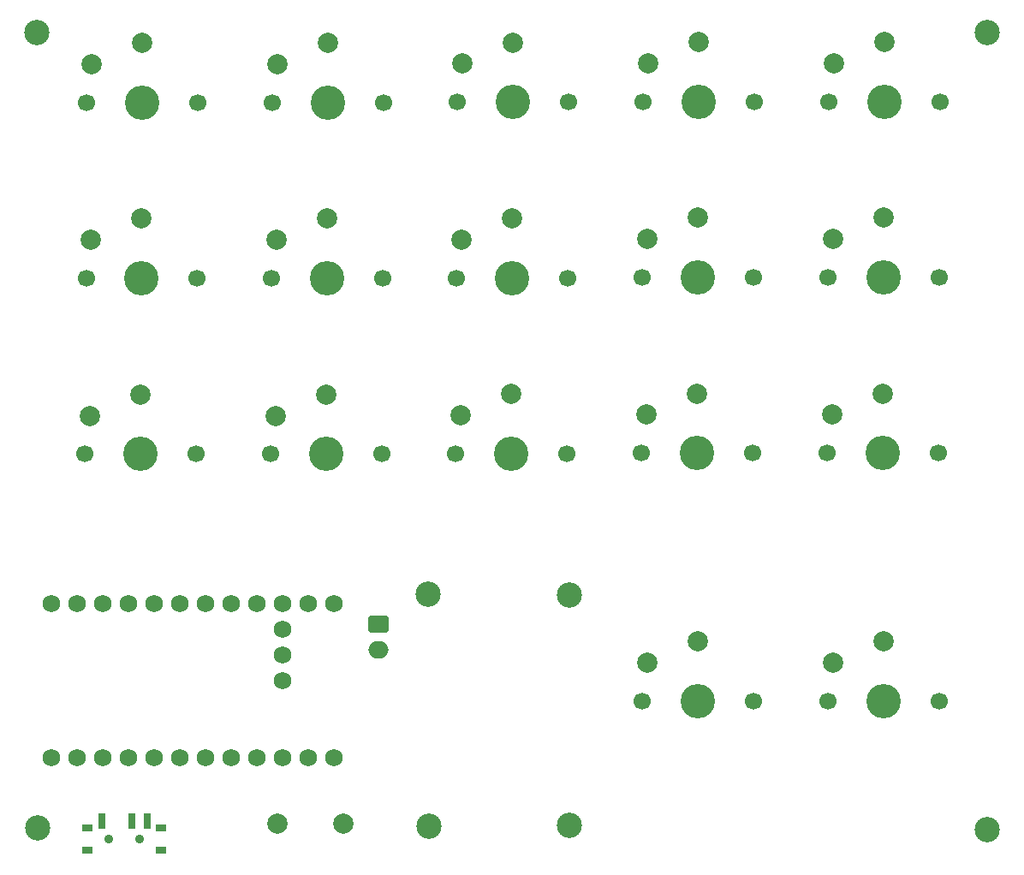
<source format=gbr>
%TF.GenerationSoftware,KiCad,Pcbnew,7.0.6-0*%
%TF.CreationDate,2024-10-24T11:02:24+08:00*%
%TF.ProjectId,kweba,6b776562-612e-46b6-9963-61645f706362,rev?*%
%TF.SameCoordinates,Original*%
%TF.FileFunction,Soldermask,Top*%
%TF.FilePolarity,Negative*%
%FSLAX46Y46*%
G04 Gerber Fmt 4.6, Leading zero omitted, Abs format (unit mm)*
G04 Created by KiCad (PCBNEW 7.0.6-0) date 2024-10-24 11:02:24*
%MOMM*%
%LPD*%
G01*
G04 APERTURE LIST*
G04 Aperture macros list*
%AMRoundRect*
0 Rectangle with rounded corners*
0 $1 Rounding radius*
0 $2 $3 $4 $5 $6 $7 $8 $9 X,Y pos of 4 corners*
0 Add a 4 corners polygon primitive as box body*
4,1,4,$2,$3,$4,$5,$6,$7,$8,$9,$2,$3,0*
0 Add four circle primitives for the rounded corners*
1,1,$1+$1,$2,$3*
1,1,$1+$1,$4,$5*
1,1,$1+$1,$6,$7*
1,1,$1+$1,$8,$9*
0 Add four rect primitives between the rounded corners*
20,1,$1+$1,$2,$3,$4,$5,0*
20,1,$1+$1,$4,$5,$6,$7,0*
20,1,$1+$1,$6,$7,$8,$9,0*
20,1,$1+$1,$8,$9,$2,$3,0*%
G04 Aperture macros list end*
%ADD10C,2.500000*%
%ADD11C,1.752600*%
%ADD12C,1.700000*%
%ADD13C,3.400000*%
%ADD14C,2.000000*%
%ADD15R,1.000000X0.800000*%
%ADD16C,0.900000*%
%ADD17R,0.700000X1.500000*%
%ADD18RoundRect,0.250000X-0.750000X0.600000X-0.750000X-0.600000X0.750000X-0.600000X0.750000X0.600000X0*%
%ADD19O,2.000000X1.700000*%
G04 APERTURE END LIST*
D10*
%TO.C,H8*%
X-195925000Y-205700000D03*
%TD*%
%TO.C,H7*%
X-209825000Y-205800000D03*
%TD*%
%TO.C,H6*%
X-195925000Y-183000000D03*
%TD*%
D11*
%TO.C,U1*%
X-247133250Y-183830000D03*
X-244593250Y-183830000D03*
X-242053250Y-183830000D03*
X-239513250Y-183830000D03*
X-236973250Y-183830000D03*
X-234433250Y-183830000D03*
X-231893250Y-183830000D03*
X-229353250Y-183830000D03*
X-226813250Y-183830000D03*
X-224273250Y-183830000D03*
X-221733250Y-183830000D03*
X-219193250Y-183830000D03*
X-219193250Y-199070000D03*
X-221733250Y-199070000D03*
X-224273250Y-199070000D03*
X-226813250Y-199070000D03*
X-229353250Y-199070000D03*
X-231893250Y-199070000D03*
X-234433250Y-199070000D03*
X-236973250Y-199070000D03*
X-239513250Y-199070000D03*
X-242053250Y-199070000D03*
X-244593250Y-199070000D03*
X-247133250Y-199070000D03*
X-224273250Y-186370000D03*
X-224273250Y-188910000D03*
X-224273250Y-191450000D03*
%TD*%
D12*
%TO.C,SW15*%
X-207225000Y-168975000D03*
D13*
X-201725000Y-168975000D03*
D12*
X-196225000Y-168975000D03*
D14*
X-201725000Y-163075000D03*
X-206725000Y-165175000D03*
%TD*%
D10*
%TO.C,H5*%
X-209925000Y-182850000D03*
%TD*%
D12*
%TO.C,SW2*%
X-243725000Y-151650000D03*
D13*
X-238225000Y-151650000D03*
D12*
X-232725000Y-151650000D03*
D14*
X-238225000Y-145750000D03*
X-243225000Y-147850000D03*
%TD*%
D12*
%TO.C,SW6*%
X-188800000Y-168925000D03*
D13*
X-183300000Y-168925000D03*
D12*
X-177800000Y-168925000D03*
D14*
X-183300000Y-163025000D03*
X-188300000Y-165125000D03*
%TD*%
D15*
%TO.C,SW18*%
X-243600000Y-205975000D03*
X-243600000Y-208185000D03*
D16*
X-241450000Y-207085000D03*
X-238450000Y-207085000D03*
D15*
X-236300000Y-205975000D03*
X-236300000Y-208185000D03*
D17*
X-242200000Y-205325000D03*
X-239200000Y-205325000D03*
X-237700000Y-205325000D03*
%TD*%
D12*
%TO.C,SW5*%
X-188700000Y-151550000D03*
D13*
X-183200000Y-151550000D03*
D12*
X-177700000Y-151550000D03*
D14*
X-183200000Y-145650000D03*
X-188200000Y-147750000D03*
%TD*%
D10*
%TO.C,H3*%
X-154650000Y-206150000D03*
%TD*%
D12*
%TO.C,SW11*%
X-170375000Y-151550000D03*
D13*
X-164875000Y-151550000D03*
D12*
X-159375000Y-151550000D03*
D14*
X-164875000Y-145650000D03*
X-169875000Y-147750000D03*
%TD*%
D12*
%TO.C,SW14*%
X-207125000Y-151600000D03*
D13*
X-201625000Y-151600000D03*
D12*
X-196125000Y-151600000D03*
D14*
X-201625000Y-145700000D03*
X-206625000Y-147800000D03*
%TD*%
D12*
%TO.C,SW7*%
X-225325000Y-134275000D03*
D13*
X-219825000Y-134275000D03*
D12*
X-214325000Y-134275000D03*
D14*
X-219825000Y-128375000D03*
X-224825000Y-130475000D03*
%TD*%
D12*
%TO.C,SW4*%
X-188625000Y-134175000D03*
D13*
X-183125000Y-134175000D03*
D12*
X-177625000Y-134175000D03*
D14*
X-183125000Y-128275000D03*
X-188125000Y-130375000D03*
%TD*%
D10*
%TO.C,H1*%
X-248575000Y-127375000D03*
%TD*%
D12*
%TO.C,SW12*%
X-170475000Y-168925000D03*
D13*
X-164975000Y-168925000D03*
D12*
X-159475000Y-168925000D03*
D14*
X-164975000Y-163025000D03*
X-169975000Y-165125000D03*
%TD*%
D12*
%TO.C,SW16*%
X-188725000Y-193475000D03*
D13*
X-183225000Y-193475000D03*
D12*
X-177725000Y-193475000D03*
D14*
X-183225000Y-187575000D03*
X-188225000Y-189675000D03*
%TD*%
D12*
%TO.C,SW3*%
X-243825000Y-169025000D03*
D13*
X-238325000Y-169025000D03*
D12*
X-232825000Y-169025000D03*
D14*
X-238325000Y-163125000D03*
X-243325000Y-165225000D03*
%TD*%
D12*
%TO.C,SW13*%
X-207050000Y-134225000D03*
D13*
X-201550000Y-134225000D03*
D12*
X-196050000Y-134225000D03*
D14*
X-201550000Y-128325000D03*
X-206550000Y-130425000D03*
%TD*%
%TO.C,SW19*%
X-224800000Y-205600000D03*
X-218300000Y-205600000D03*
%TD*%
D12*
%TO.C,SW17*%
X-170350000Y-193475000D03*
D13*
X-164850000Y-193475000D03*
D12*
X-159350000Y-193475000D03*
D14*
X-164850000Y-187575000D03*
X-169850000Y-189675000D03*
%TD*%
D12*
%TO.C,SW8*%
X-225400000Y-151650000D03*
D13*
X-219900000Y-151650000D03*
D12*
X-214400000Y-151650000D03*
D14*
X-219900000Y-145750000D03*
X-224900000Y-147850000D03*
%TD*%
D10*
%TO.C,H4*%
X-248550000Y-205975000D03*
%TD*%
D12*
%TO.C,SW10*%
X-170300000Y-134175000D03*
D13*
X-164800000Y-134175000D03*
D12*
X-159300000Y-134175000D03*
D14*
X-164800000Y-128275000D03*
X-169800000Y-130375000D03*
%TD*%
D12*
%TO.C,SW1*%
X-243650000Y-134275000D03*
D13*
X-238150000Y-134275000D03*
D12*
X-232650000Y-134275000D03*
D14*
X-238150000Y-128375000D03*
X-243150000Y-130475000D03*
%TD*%
D10*
%TO.C,H2*%
X-154650000Y-127375000D03*
%TD*%
D12*
%TO.C,SW9*%
X-225500000Y-169025000D03*
D13*
X-220000000Y-169025000D03*
D12*
X-214500000Y-169025000D03*
D14*
X-220000000Y-163125000D03*
X-225000000Y-165225000D03*
%TD*%
D18*
%TO.C,J1*%
X-214850000Y-185875000D03*
D19*
X-214850000Y-188375000D03*
%TD*%
M02*

</source>
